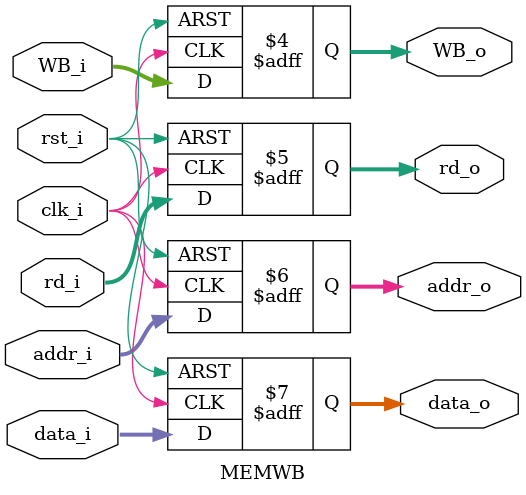
<source format=v>
module MEMWB(
    clk_i,
    rst_i,
    WB_i,
    addr_i,
    data_i,
    rd_i,
    WB_o,
    addr_o,
    data_o,
    rd_o
);

input               clk_i, rst_i;
input	[1:0]	    WB_i;
input	[4:0]	    rd_i;
input   [31:0]      addr_i, data_i;
output  [1:0]       WB_o;
output  [4:0]       rd_o;
output 	[31:0]      addr_o, data_o;

reg     [1:0]       WB_o;
reg     [4:0]       rd_o;
reg     [31:0]      addr_o, data_o;


always@(posedge clk_i or negedge rst_i) begin
    if(~rst_i) begin
        // $display("initialize MEMWB");
        WB_o <= 0;
        addr_o <= 0;
        data_o <= 0;
        rd_o <= 0;
    end
    else begin
    	WB_o <= WB_i;
    	addr_o <= addr_i;
    	data_o <= data_i;
    	rd_o <= rd_i;
    end
end

always @(data_o) begin
    $display("MEMWB-data: %b", data_o);
end

endmodule
</source>
